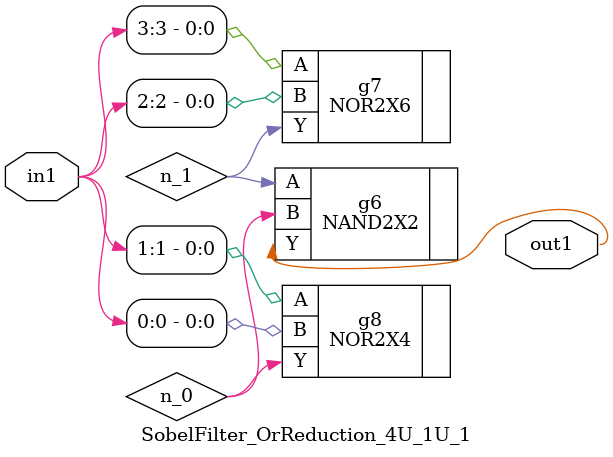
<source format=v>
`timescale 1ps / 1ps


module SobelFilter_OrReduction_4U_1U_1(in1, out1);
  input [3:0] in1;
  output out1;
  wire [3:0] in1;
  wire out1;
  wire n_0, n_1;
  NAND2X2 g6(.A (n_1), .B (n_0), .Y (out1));
  NOR2X6 g7(.A (in1[3]), .B (in1[2]), .Y (n_1));
  NOR2X4 g8(.A (in1[1]), .B (in1[0]), .Y (n_0));
endmodule



</source>
